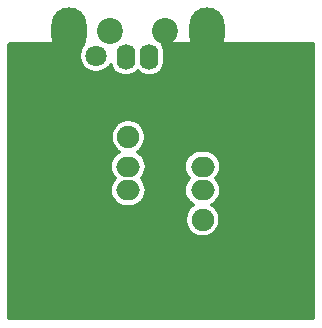
<source format=gbr>
G04 #@! TF.GenerationSoftware,KiCad,Pcbnew,(5.1.4)-1*
G04 #@! TF.CreationDate,2019-10-26T17:50:02-04:00*
G04 #@! TF.ProjectId,usb-vertical-splitter,7573622d-7665-4727-9469-63616c2d7370,0*
G04 #@! TF.SameCoordinates,Original*
G04 #@! TF.FileFunction,Copper,L2,Bot*
G04 #@! TF.FilePolarity,Positive*
%FSLAX46Y46*%
G04 Gerber Fmt 4.6, Leading zero omitted, Abs format (unit mm)*
G04 Created by KiCad (PCBNEW (5.1.4)-1) date 2019-10-26 17:50:02*
%MOMM*%
%LPD*%
G04 APERTURE LIST*
%ADD10O,3.000000X4.000000*%
%ADD11C,2.200000*%
%ADD12C,1.800000*%
%ADD13O,1.600000X2.200000*%
%ADD14C,3.300000*%
%ADD15C,1.900000*%
%ADD16O,2.000000X1.700000*%
%ADD17C,0.800000*%
%ADD18C,0.300000*%
G04 APERTURE END LIST*
D10*
X141350000Y-89500000D03*
X129650000Y-89500000D03*
D11*
X137800000Y-89500000D03*
X133200000Y-89500000D03*
D12*
X139000000Y-91600000D03*
D13*
X136500000Y-91700000D03*
X134500000Y-91700000D03*
D12*
X132000000Y-91600000D03*
D14*
X143710000Y-108570000D03*
X143710000Y-95430000D03*
D15*
X141000000Y-105500000D03*
D16*
X141000000Y-103000000D03*
X141000000Y-101000000D03*
D15*
X141000000Y-98500000D03*
X134710000Y-105500000D03*
D16*
X134710000Y-103000000D03*
X134710000Y-101000000D03*
D15*
X134710000Y-98500000D03*
D14*
X132000000Y-108570000D03*
X132000000Y-95430000D03*
D17*
X125250000Y-93700000D03*
X140050000Y-96900000D03*
X140050000Y-95500000D03*
X138000000Y-92800000D03*
X139100000Y-93950000D03*
X135400000Y-96500000D03*
X134450000Y-95500000D03*
X133650000Y-93740000D03*
X145800000Y-112200000D03*
X130650000Y-106350000D03*
X135400000Y-107450000D03*
X137580000Y-101920000D03*
X136550000Y-100600000D03*
X138800000Y-103550000D03*
X142900000Y-103150000D03*
X142900000Y-101800000D03*
X142900000Y-100200000D03*
X125000000Y-112000000D03*
X125000000Y-109000000D03*
X125000000Y-106000000D03*
X125000000Y-103400000D03*
X125000000Y-100000000D03*
X125000000Y-97000000D03*
X125000000Y-91000000D03*
X144000000Y-91000000D03*
X146000000Y-91000000D03*
X148000000Y-91000000D03*
X150000000Y-91000000D03*
X150000000Y-93000000D03*
X150000000Y-95000000D03*
X150000000Y-97000000D03*
X150000000Y-99000000D03*
X148000000Y-99000000D03*
X148000000Y-97000000D03*
X148000000Y-95000000D03*
X148000000Y-93000000D03*
X146000000Y-93000000D03*
X140000000Y-93000000D03*
X135500000Y-109500000D03*
X134000000Y-109500000D03*
X142900000Y-98000000D03*
X141300000Y-96200000D03*
X132500000Y-103700000D03*
X132700000Y-100800000D03*
X132900000Y-106100000D03*
X142600000Y-113300000D03*
X144900000Y-113300000D03*
X144900000Y-111000000D03*
X142600000Y-111000000D03*
D18*
G36*
X130873711Y-90675679D02*
G01*
X130715027Y-90913167D01*
X130605723Y-91177051D01*
X130550000Y-91457187D01*
X130550000Y-91742813D01*
X130605723Y-92022949D01*
X130715027Y-92286833D01*
X130873711Y-92524321D01*
X131075679Y-92726289D01*
X131313167Y-92884973D01*
X131577051Y-92994277D01*
X131857187Y-93050000D01*
X132142813Y-93050000D01*
X132422949Y-92994277D01*
X132686833Y-92884973D01*
X132924321Y-92726289D01*
X133126289Y-92524321D01*
X133210207Y-92398728D01*
X133246728Y-92519121D01*
X133372085Y-92753648D01*
X133540787Y-92959212D01*
X133746351Y-93127915D01*
X133980878Y-93253272D01*
X134235354Y-93330467D01*
X134500000Y-93356532D01*
X134764645Y-93330467D01*
X135019121Y-93253272D01*
X135253648Y-93127915D01*
X135459212Y-92959213D01*
X135500000Y-92909513D01*
X135540787Y-92959212D01*
X135746351Y-93127915D01*
X135980878Y-93253272D01*
X136235354Y-93330467D01*
X136500000Y-93356532D01*
X136764645Y-93330467D01*
X137019121Y-93253272D01*
X137253648Y-93127915D01*
X137459212Y-92959213D01*
X137627915Y-92753649D01*
X137753272Y-92519122D01*
X137830467Y-92264646D01*
X137850000Y-92066321D01*
X137850000Y-91333680D01*
X137830467Y-91135355D01*
X137753272Y-90880878D01*
X137629865Y-90650000D01*
X150285226Y-90650000D01*
X150318008Y-90656521D01*
X150333277Y-90666723D01*
X150343479Y-90681992D01*
X150350000Y-90714774D01*
X150350000Y-113785226D01*
X150343479Y-113818008D01*
X150333277Y-113833277D01*
X150318008Y-113843479D01*
X150285226Y-113850000D01*
X124714774Y-113850000D01*
X124681992Y-113843479D01*
X124666723Y-113833277D01*
X124656521Y-113818008D01*
X124650000Y-113785226D01*
X124650000Y-101000000D01*
X133153226Y-101000000D01*
X133180257Y-101274448D01*
X133260310Y-101538349D01*
X133390310Y-101781562D01*
X133565261Y-101994739D01*
X133571672Y-102000000D01*
X133565261Y-102005261D01*
X133390310Y-102218438D01*
X133260310Y-102461651D01*
X133180257Y-102725552D01*
X133153226Y-103000000D01*
X133180257Y-103274448D01*
X133260310Y-103538349D01*
X133390310Y-103781562D01*
X133565261Y-103994739D01*
X133778438Y-104169690D01*
X134021651Y-104299690D01*
X134285552Y-104379743D01*
X134491223Y-104400000D01*
X134928777Y-104400000D01*
X135134448Y-104379743D01*
X135398349Y-104299690D01*
X135641562Y-104169690D01*
X135854739Y-103994739D01*
X136029690Y-103781562D01*
X136159690Y-103538349D01*
X136239743Y-103274448D01*
X136266774Y-103000000D01*
X136239743Y-102725552D01*
X136159690Y-102461651D01*
X136029690Y-102218438D01*
X135854739Y-102005261D01*
X135848328Y-102000000D01*
X135854739Y-101994739D01*
X136029690Y-101781562D01*
X136159690Y-101538349D01*
X136239743Y-101274448D01*
X136266774Y-101000000D01*
X139443226Y-101000000D01*
X139470257Y-101274448D01*
X139550310Y-101538349D01*
X139680310Y-101781562D01*
X139855261Y-101994739D01*
X139861672Y-102000000D01*
X139855261Y-102005261D01*
X139680310Y-102218438D01*
X139550310Y-102461651D01*
X139470257Y-102725552D01*
X139443226Y-103000000D01*
X139470257Y-103274448D01*
X139550310Y-103538349D01*
X139680310Y-103781562D01*
X139855261Y-103994739D01*
X140068438Y-104169690D01*
X140192098Y-104235788D01*
X140043806Y-104334874D01*
X139834874Y-104543806D01*
X139670717Y-104789483D01*
X139557644Y-105062466D01*
X139500000Y-105352263D01*
X139500000Y-105647737D01*
X139557644Y-105937534D01*
X139670717Y-106210517D01*
X139834874Y-106456194D01*
X140043806Y-106665126D01*
X140289483Y-106829283D01*
X140562466Y-106942356D01*
X140852263Y-107000000D01*
X141147737Y-107000000D01*
X141437534Y-106942356D01*
X141710517Y-106829283D01*
X141956194Y-106665126D01*
X142165126Y-106456194D01*
X142329283Y-106210517D01*
X142442356Y-105937534D01*
X142500000Y-105647737D01*
X142500000Y-105352263D01*
X142442356Y-105062466D01*
X142329283Y-104789483D01*
X142165126Y-104543806D01*
X141956194Y-104334874D01*
X141807902Y-104235788D01*
X141931562Y-104169690D01*
X142144739Y-103994739D01*
X142319690Y-103781562D01*
X142449690Y-103538349D01*
X142529743Y-103274448D01*
X142556774Y-103000000D01*
X142529743Y-102725552D01*
X142449690Y-102461651D01*
X142319690Y-102218438D01*
X142144739Y-102005261D01*
X142138328Y-102000000D01*
X142144739Y-101994739D01*
X142319690Y-101781562D01*
X142449690Y-101538349D01*
X142529743Y-101274448D01*
X142556774Y-101000000D01*
X142529743Y-100725552D01*
X142449690Y-100461651D01*
X142319690Y-100218438D01*
X142144739Y-100005261D01*
X141931562Y-99830310D01*
X141688349Y-99700310D01*
X141424448Y-99620257D01*
X141218777Y-99600000D01*
X140781223Y-99600000D01*
X140575552Y-99620257D01*
X140311651Y-99700310D01*
X140068438Y-99830310D01*
X139855261Y-100005261D01*
X139680310Y-100218438D01*
X139550310Y-100461651D01*
X139470257Y-100725552D01*
X139443226Y-101000000D01*
X136266774Y-101000000D01*
X136239743Y-100725552D01*
X136159690Y-100461651D01*
X136029690Y-100218438D01*
X135854739Y-100005261D01*
X135641562Y-99830310D01*
X135517902Y-99764212D01*
X135666194Y-99665126D01*
X135875126Y-99456194D01*
X136039283Y-99210517D01*
X136152356Y-98937534D01*
X136210000Y-98647737D01*
X136210000Y-98352263D01*
X136152356Y-98062466D01*
X136039283Y-97789483D01*
X135875126Y-97543806D01*
X135666194Y-97334874D01*
X135420517Y-97170717D01*
X135147534Y-97057644D01*
X134857737Y-97000000D01*
X134562263Y-97000000D01*
X134272466Y-97057644D01*
X133999483Y-97170717D01*
X133753806Y-97334874D01*
X133544874Y-97543806D01*
X133380717Y-97789483D01*
X133267644Y-98062466D01*
X133210000Y-98352263D01*
X133210000Y-98647737D01*
X133267644Y-98937534D01*
X133380717Y-99210517D01*
X133544874Y-99456194D01*
X133753806Y-99665126D01*
X133902098Y-99764212D01*
X133778438Y-99830310D01*
X133565261Y-100005261D01*
X133390310Y-100218438D01*
X133260310Y-100461651D01*
X133180257Y-100725552D01*
X133153226Y-101000000D01*
X124650000Y-101000000D01*
X124650000Y-90714774D01*
X124656521Y-90681992D01*
X124666723Y-90666723D01*
X124681992Y-90656521D01*
X124714774Y-90650000D01*
X130899390Y-90650000D01*
X130873711Y-90675679D01*
X130873711Y-90675679D01*
G37*
X130873711Y-90675679D02*
X130715027Y-90913167D01*
X130605723Y-91177051D01*
X130550000Y-91457187D01*
X130550000Y-91742813D01*
X130605723Y-92022949D01*
X130715027Y-92286833D01*
X130873711Y-92524321D01*
X131075679Y-92726289D01*
X131313167Y-92884973D01*
X131577051Y-92994277D01*
X131857187Y-93050000D01*
X132142813Y-93050000D01*
X132422949Y-92994277D01*
X132686833Y-92884973D01*
X132924321Y-92726289D01*
X133126289Y-92524321D01*
X133210207Y-92398728D01*
X133246728Y-92519121D01*
X133372085Y-92753648D01*
X133540787Y-92959212D01*
X133746351Y-93127915D01*
X133980878Y-93253272D01*
X134235354Y-93330467D01*
X134500000Y-93356532D01*
X134764645Y-93330467D01*
X135019121Y-93253272D01*
X135253648Y-93127915D01*
X135459212Y-92959213D01*
X135500000Y-92909513D01*
X135540787Y-92959212D01*
X135746351Y-93127915D01*
X135980878Y-93253272D01*
X136235354Y-93330467D01*
X136500000Y-93356532D01*
X136764645Y-93330467D01*
X137019121Y-93253272D01*
X137253648Y-93127915D01*
X137459212Y-92959213D01*
X137627915Y-92753649D01*
X137753272Y-92519122D01*
X137830467Y-92264646D01*
X137850000Y-92066321D01*
X137850000Y-91333680D01*
X137830467Y-91135355D01*
X137753272Y-90880878D01*
X137629865Y-90650000D01*
X150285226Y-90650000D01*
X150318008Y-90656521D01*
X150333277Y-90666723D01*
X150343479Y-90681992D01*
X150350000Y-90714774D01*
X150350000Y-113785226D01*
X150343479Y-113818008D01*
X150333277Y-113833277D01*
X150318008Y-113843479D01*
X150285226Y-113850000D01*
X124714774Y-113850000D01*
X124681992Y-113843479D01*
X124666723Y-113833277D01*
X124656521Y-113818008D01*
X124650000Y-113785226D01*
X124650000Y-101000000D01*
X133153226Y-101000000D01*
X133180257Y-101274448D01*
X133260310Y-101538349D01*
X133390310Y-101781562D01*
X133565261Y-101994739D01*
X133571672Y-102000000D01*
X133565261Y-102005261D01*
X133390310Y-102218438D01*
X133260310Y-102461651D01*
X133180257Y-102725552D01*
X133153226Y-103000000D01*
X133180257Y-103274448D01*
X133260310Y-103538349D01*
X133390310Y-103781562D01*
X133565261Y-103994739D01*
X133778438Y-104169690D01*
X134021651Y-104299690D01*
X134285552Y-104379743D01*
X134491223Y-104400000D01*
X134928777Y-104400000D01*
X135134448Y-104379743D01*
X135398349Y-104299690D01*
X135641562Y-104169690D01*
X135854739Y-103994739D01*
X136029690Y-103781562D01*
X136159690Y-103538349D01*
X136239743Y-103274448D01*
X136266774Y-103000000D01*
X136239743Y-102725552D01*
X136159690Y-102461651D01*
X136029690Y-102218438D01*
X135854739Y-102005261D01*
X135848328Y-102000000D01*
X135854739Y-101994739D01*
X136029690Y-101781562D01*
X136159690Y-101538349D01*
X136239743Y-101274448D01*
X136266774Y-101000000D01*
X139443226Y-101000000D01*
X139470257Y-101274448D01*
X139550310Y-101538349D01*
X139680310Y-101781562D01*
X139855261Y-101994739D01*
X139861672Y-102000000D01*
X139855261Y-102005261D01*
X139680310Y-102218438D01*
X139550310Y-102461651D01*
X139470257Y-102725552D01*
X139443226Y-103000000D01*
X139470257Y-103274448D01*
X139550310Y-103538349D01*
X139680310Y-103781562D01*
X139855261Y-103994739D01*
X140068438Y-104169690D01*
X140192098Y-104235788D01*
X140043806Y-104334874D01*
X139834874Y-104543806D01*
X139670717Y-104789483D01*
X139557644Y-105062466D01*
X139500000Y-105352263D01*
X139500000Y-105647737D01*
X139557644Y-105937534D01*
X139670717Y-106210517D01*
X139834874Y-106456194D01*
X140043806Y-106665126D01*
X140289483Y-106829283D01*
X140562466Y-106942356D01*
X140852263Y-107000000D01*
X141147737Y-107000000D01*
X141437534Y-106942356D01*
X141710517Y-106829283D01*
X141956194Y-106665126D01*
X142165126Y-106456194D01*
X142329283Y-106210517D01*
X142442356Y-105937534D01*
X142500000Y-105647737D01*
X142500000Y-105352263D01*
X142442356Y-105062466D01*
X142329283Y-104789483D01*
X142165126Y-104543806D01*
X141956194Y-104334874D01*
X141807902Y-104235788D01*
X141931562Y-104169690D01*
X142144739Y-103994739D01*
X142319690Y-103781562D01*
X142449690Y-103538349D01*
X142529743Y-103274448D01*
X142556774Y-103000000D01*
X142529743Y-102725552D01*
X142449690Y-102461651D01*
X142319690Y-102218438D01*
X142144739Y-102005261D01*
X142138328Y-102000000D01*
X142144739Y-101994739D01*
X142319690Y-101781562D01*
X142449690Y-101538349D01*
X142529743Y-101274448D01*
X142556774Y-101000000D01*
X142529743Y-100725552D01*
X142449690Y-100461651D01*
X142319690Y-100218438D01*
X142144739Y-100005261D01*
X141931562Y-99830310D01*
X141688349Y-99700310D01*
X141424448Y-99620257D01*
X141218777Y-99600000D01*
X140781223Y-99600000D01*
X140575552Y-99620257D01*
X140311651Y-99700310D01*
X140068438Y-99830310D01*
X139855261Y-100005261D01*
X139680310Y-100218438D01*
X139550310Y-100461651D01*
X139470257Y-100725552D01*
X139443226Y-101000000D01*
X136266774Y-101000000D01*
X136239743Y-100725552D01*
X136159690Y-100461651D01*
X136029690Y-100218438D01*
X135854739Y-100005261D01*
X135641562Y-99830310D01*
X135517902Y-99764212D01*
X135666194Y-99665126D01*
X135875126Y-99456194D01*
X136039283Y-99210517D01*
X136152356Y-98937534D01*
X136210000Y-98647737D01*
X136210000Y-98352263D01*
X136152356Y-98062466D01*
X136039283Y-97789483D01*
X135875126Y-97543806D01*
X135666194Y-97334874D01*
X135420517Y-97170717D01*
X135147534Y-97057644D01*
X134857737Y-97000000D01*
X134562263Y-97000000D01*
X134272466Y-97057644D01*
X133999483Y-97170717D01*
X133753806Y-97334874D01*
X133544874Y-97543806D01*
X133380717Y-97789483D01*
X133267644Y-98062466D01*
X133210000Y-98352263D01*
X133210000Y-98647737D01*
X133267644Y-98937534D01*
X133380717Y-99210517D01*
X133544874Y-99456194D01*
X133753806Y-99665126D01*
X133902098Y-99764212D01*
X133778438Y-99830310D01*
X133565261Y-100005261D01*
X133390310Y-100218438D01*
X133260310Y-100461651D01*
X133180257Y-100725552D01*
X133153226Y-101000000D01*
X124650000Y-101000000D01*
X124650000Y-90714774D01*
X124656521Y-90681992D01*
X124666723Y-90666723D01*
X124681992Y-90656521D01*
X124714774Y-90650000D01*
X130899390Y-90650000D01*
X130873711Y-90675679D01*
M02*

</source>
